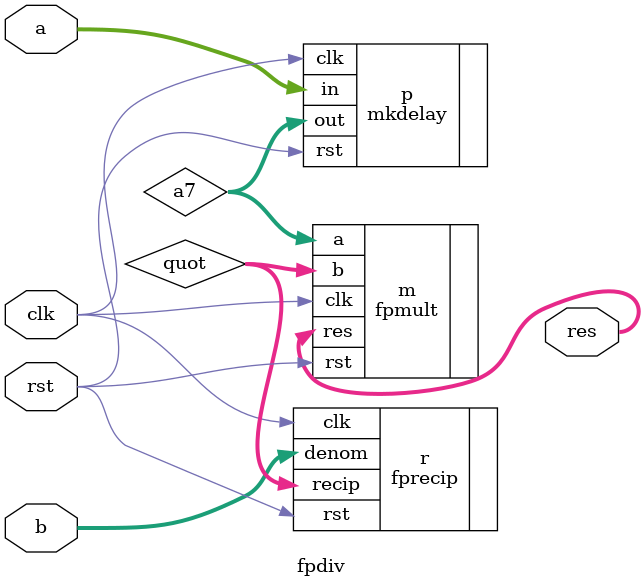
<source format=v>
`include "mkdelay.v"
`include "fprecip.v"

module fpdiv
	(
	input         clk,
	input         rst,
        input [31:0]  a,
        input [31:0]  b,
	output [31:0] res
	);
   // res = 1/b * a, using a table-based reciprocal approximation

   wire [31:0]          a7;
   wire [31:0]          quot;
   
   mkdelay #(.WIDTH(32),
             .DEPTH(6)) p(.clk(clk),
                          .rst(rst),
                          .in(a), 
                          .out(a7));

   fprecip r(.clk(clk),
             .rst(rst),
             .denom(b), 
             .recip(quot));
   
   fpmult m(.clk(clk),
            .rst(rst),
            .a(a7),
            .b(quot),
            .res(res));
   
endmodule
	

</source>
